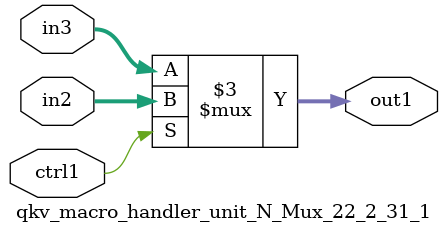
<source format=v>

`timescale 1ps / 1ps


module qkv_macro_handler_unit_N_Mux_22_2_31_1( in3, in2, ctrl1, out1 );

    input [21:0] in3;
    input [21:0] in2;
    input ctrl1;
    output [21:0] out1;
    reg [21:0] out1;

    
    // rtl_process:qkv_macro_handler_unit_N_Mux_22_2_31_1/qkv_macro_handler_unit_N_Mux_22_2_31_1_thread_1
    always @*
      begin : qkv_macro_handler_unit_N_Mux_22_2_31_1_thread_1
        case (ctrl1) 
          1'b1: 
            begin
              out1 = in2;
            end
          default: 
            begin
              out1 = in3;
            end
        endcase
      end

endmodule



</source>
